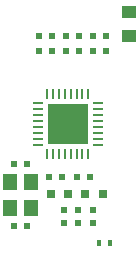
<source format=gtp>
G04 #@! TF.GenerationSoftware,KiCad,Pcbnew,5.0.1-33cea8e~68~ubuntu18.04.1*
G04 #@! TF.CreationDate,2018-11-23T22:54:39+01:00*
G04 #@! TF.ProjectId,LPC82X_JHI33_2layer,4C50433832585F4A484933335F326C61,rev?*
G04 #@! TF.SameCoordinates,Original*
G04 #@! TF.FileFunction,Paste,Top*
G04 #@! TF.FilePolarity,Positive*
%FSLAX46Y46*%
G04 Gerber Fmt 4.6, Leading zero omitted, Abs format (unit mm)*
G04 Created by KiCad (PCBNEW 5.0.1-33cea8e~68~ubuntu18.04.1) date vr 23 nov 2018 22:54:39 CET*
%MOMM*%
%LPD*%
G01*
G04 APERTURE LIST*
%ADD10C,0.100000*%
%ADD11R,1.200000X1.400000*%
%ADD12R,0.900000X0.290000*%
%ADD13R,0.290000X0.900000*%
%ADD14R,3.500000X3.500000*%
%ADD15R,0.600000X0.500000*%
%ADD16R,0.500000X0.600000*%
%ADD17R,0.600000X0.600000*%
%ADD18R,0.800000X0.750000*%
%ADD19R,1.250000X1.000000*%
%ADD20R,0.400000X0.600000*%
G04 APERTURE END LIST*
D10*
G04 #@! TO.C,U1*
G36*
X88650000Y-106430000D02*
X88650000Y-106930000D01*
X89150000Y-106930000D01*
X89150000Y-106430000D01*
X88650000Y-106430000D01*
G37*
G36*
X88650000Y-105630000D02*
X88650000Y-106130000D01*
X89150000Y-106130000D01*
X89150000Y-105630000D01*
X88650000Y-105630000D01*
G37*
G36*
X88650000Y-107230000D02*
X88650000Y-107730000D01*
X89150000Y-107730000D01*
X89150000Y-107230000D01*
X88650000Y-107230000D01*
G37*
G36*
X89450000Y-106430000D02*
X89450000Y-106930000D01*
X89950000Y-106930000D01*
X89950000Y-106430000D01*
X89450000Y-106430000D01*
G37*
G36*
X87850000Y-106430000D02*
X87850000Y-106930000D01*
X88350000Y-106930000D01*
X88350000Y-106430000D01*
X87850000Y-106430000D01*
G37*
G36*
X89450000Y-107230000D02*
X89450000Y-107730000D01*
X89950000Y-107730000D01*
X89950000Y-107230000D01*
X89450000Y-107230000D01*
G37*
G36*
X89450000Y-105630000D02*
X89450000Y-106130000D01*
X89950000Y-106130000D01*
X89950000Y-105630000D01*
X89450000Y-105630000D01*
G37*
G36*
X87850000Y-105630000D02*
X87850000Y-106130000D01*
X88350000Y-106130000D01*
X88350000Y-105630000D01*
X87850000Y-105630000D01*
G37*
G36*
X87850000Y-107230000D02*
X87850000Y-107730000D01*
X88350000Y-107730000D01*
X88350000Y-107230000D01*
X87850000Y-107230000D01*
G37*
G04 #@! TD*
D11*
G04 #@! TO.C,Y1*
X84050000Y-111600000D03*
X84050000Y-113800000D03*
X85750000Y-113800000D03*
X85750000Y-111600000D03*
G04 #@! TD*
D12*
G04 #@! TO.C,U1*
X91450000Y-106930000D03*
X91450000Y-107430000D03*
X91450000Y-107930000D03*
X91450000Y-108430000D03*
X91450000Y-106430000D03*
X91450000Y-105930000D03*
X91450000Y-105430000D03*
X91450000Y-104930000D03*
X86350000Y-106430000D03*
X86350000Y-105930000D03*
X86350000Y-105430000D03*
X86350000Y-104930000D03*
X86350000Y-106930000D03*
X86350000Y-107430000D03*
X86350000Y-107930000D03*
X86350000Y-108430000D03*
D13*
X88650000Y-109230000D03*
X88150000Y-109230000D03*
X87650000Y-109230000D03*
X87150000Y-109230000D03*
X89150000Y-109230000D03*
X89650000Y-109230000D03*
X90150000Y-109230000D03*
X90650000Y-109230000D03*
X89150000Y-104130000D03*
X89650000Y-104130000D03*
X90150000Y-104130000D03*
X90650000Y-104130000D03*
X88650000Y-104130000D03*
X88150000Y-104130000D03*
X87650000Y-104130000D03*
X87150000Y-104130000D03*
D14*
X88900000Y-106680000D03*
G04 #@! TD*
D15*
G04 #@! TO.C,C1*
X84350000Y-110050000D03*
X85450000Y-110050000D03*
G04 #@! TD*
G04 #@! TO.C,C4*
X84350000Y-115350000D03*
X85450000Y-115350000D03*
G04 #@! TD*
G04 #@! TO.C,C5*
X88450000Y-111200000D03*
X87350000Y-111200000D03*
G04 #@! TD*
G04 #@! TO.C,C6*
X90750000Y-111200000D03*
X89650000Y-111200000D03*
G04 #@! TD*
D16*
G04 #@! TO.C,FB1*
X88600000Y-113950000D03*
X88600000Y-115050000D03*
G04 #@! TD*
G04 #@! TO.C,FB2*
X91000000Y-115050000D03*
X91000000Y-113950000D03*
G04 #@! TD*
G04 #@! TO.C,FB3*
X89800000Y-113950000D03*
X89800000Y-115050000D03*
G04 #@! TD*
D17*
G04 #@! TO.C,R1*
X92150000Y-99200000D03*
X91050000Y-99200000D03*
G04 #@! TD*
G04 #@! TO.C,R2*
X88750000Y-99200000D03*
X89850000Y-99200000D03*
G04 #@! TD*
G04 #@! TO.C,R3*
X86450000Y-99200000D03*
X87550000Y-99200000D03*
G04 #@! TD*
G04 #@! TO.C,R4*
X87550000Y-100500000D03*
X86450000Y-100500000D03*
G04 #@! TD*
G04 #@! TO.C,R6*
X92150000Y-100500000D03*
X91050000Y-100500000D03*
G04 #@! TD*
G04 #@! TO.C,R7*
X88750000Y-100500000D03*
X89850000Y-100500000D03*
G04 #@! TD*
D18*
G04 #@! TO.C,C2*
X87450000Y-112600000D03*
X88950000Y-112600000D03*
G04 #@! TD*
G04 #@! TO.C,C3*
X90350000Y-112600000D03*
X91850000Y-112600000D03*
G04 #@! TD*
D19*
G04 #@! TO.C,C7*
X94100000Y-99200000D03*
X94100000Y-97200000D03*
G04 #@! TD*
D20*
G04 #@! TO.C,SJ1*
X92450000Y-116800000D03*
X91550000Y-116800000D03*
G04 #@! TD*
M02*

</source>
